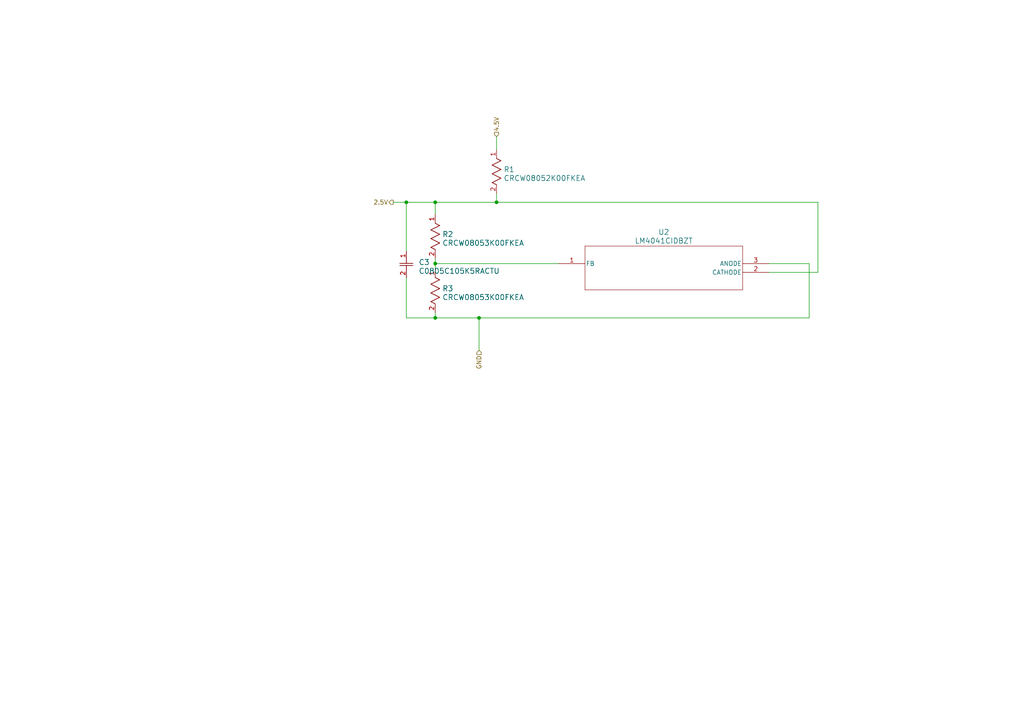
<source format=kicad_sch>
(kicad_sch (version 20230121) (generator eeschema)

  (uuid 46dd7a24-9f9c-4e24-996d-32abf3d63aa3)

  (paper "A4")

  (lib_symbols
    (symbol "1uf_cap:C0805C105K5RACTU" (pin_names (offset 0.254)) (in_bom yes) (on_board yes)
      (property "Reference" "C" (at 3.81 3.81 0)
        (effects (font (size 1.524 1.524)))
      )
      (property "Value" "C0805C105K5RACTU" (at 3.81 -3.81 0)
        (effects (font (size 1.524 1.524)))
      )
      (property "Footprint" "CAPC220145_140N_KEM" (at 0 0 0)
        (effects (font (size 1.27 1.27) italic) hide)
      )
      (property "Datasheet" "C0805C105K5RACTU" (at 0 0 0)
        (effects (font (size 1.27 1.27) italic) hide)
      )
      (property "ki_locked" "" (at 0 0 0)
        (effects (font (size 1.27 1.27)))
      )
      (property "ki_keywords" "C0805C105K5RACTU" (at 0 0 0)
        (effects (font (size 1.27 1.27)) hide)
      )
      (property "ki_fp_filters" "CAPC220145_140N_KEM CAPC220145_140N_KEM-M CAPC220145_140N_KEM-L" (at 0 0 0)
        (effects (font (size 1.27 1.27)) hide)
      )
      (symbol "C0805C105K5RACTU_1_1"
        (polyline
          (pts
            (xy 2.54 0)
            (xy 3.4798 0)
          )
          (stroke (width 0.2032) (type default))
          (fill (type none))
        )
        (polyline
          (pts
            (xy 3.4798 -1.905)
            (xy 3.4798 1.905)
          )
          (stroke (width 0.2032) (type default))
          (fill (type none))
        )
        (polyline
          (pts
            (xy 4.1148 -1.905)
            (xy 4.1148 1.905)
          )
          (stroke (width 0.2032) (type default))
          (fill (type none))
        )
        (polyline
          (pts
            (xy 4.1148 0)
            (xy 5.08 0)
          )
          (stroke (width 0.2032) (type default))
          (fill (type none))
        )
        (pin unspecified line (at 0 0 0) (length 2.54)
          (name "" (effects (font (size 1.27 1.27))))
          (number "1" (effects (font (size 1.27 1.27))))
        )
        (pin unspecified line (at 7.62 0 180) (length 2.54)
          (name "" (effects (font (size 1.27 1.27))))
          (number "2" (effects (font (size 1.27 1.27))))
        )
      )
      (symbol "C0805C105K5RACTU_1_2"
        (polyline
          (pts
            (xy -1.905 -4.1148)
            (xy 1.905 -4.1148)
          )
          (stroke (width 0.2032) (type default))
          (fill (type none))
        )
        (polyline
          (pts
            (xy -1.905 -3.4798)
            (xy 1.905 -3.4798)
          )
          (stroke (width 0.2032) (type default))
          (fill (type none))
        )
        (polyline
          (pts
            (xy 0 -4.1148)
            (xy 0 -5.08)
          )
          (stroke (width 0.2032) (type default))
          (fill (type none))
        )
        (polyline
          (pts
            (xy 0 -2.54)
            (xy 0 -3.4798)
          )
          (stroke (width 0.2032) (type default))
          (fill (type none))
        )
        (pin unspecified line (at 0 0 270) (length 2.54)
          (name "" (effects (font (size 1.27 1.27))))
          (number "1" (effects (font (size 1.27 1.27))))
        )
        (pin unspecified line (at 0 -7.62 90) (length 2.54)
          (name "" (effects (font (size 1.27 1.27))))
          (number "2" (effects (font (size 1.27 1.27))))
        )
      )
    )
    (symbol "LM4041CIDBZ:LM4041CIDBZT" (pin_names (offset 0.254)) (in_bom yes) (on_board yes)
      (property "Reference" "U" (at 30.48 10.16 0)
        (effects (font (size 1.524 1.524)))
      )
      (property "Value" "LM4041CIDBZT" (at 30.48 7.62 0)
        (effects (font (size 1.524 1.524)))
      )
      (property "Footprint" "DBZ3" (at 0 0 0)
        (effects (font (size 1.27 1.27) italic) hide)
      )
      (property "Datasheet" "LM4041CIDBZT" (at 0 0 0)
        (effects (font (size 1.27 1.27) italic) hide)
      )
      (property "ki_locked" "" (at 0 0 0)
        (effects (font (size 1.27 1.27)))
      )
      (property "ki_keywords" "LM4041CIDBZT" (at 0 0 0)
        (effects (font (size 1.27 1.27)) hide)
      )
      (property "ki_fp_filters" "DBZ3 DBZ3-M DBZ3-L" (at 0 0 0)
        (effects (font (size 1.27 1.27)) hide)
      )
      (symbol "LM4041CIDBZT_0_1"
        (polyline
          (pts
            (xy 7.62 -7.62)
            (xy 53.34 -7.62)
          )
          (stroke (width 0.127) (type default))
          (fill (type none))
        )
        (polyline
          (pts
            (xy 7.62 5.08)
            (xy 7.62 -7.62)
          )
          (stroke (width 0.127) (type default))
          (fill (type none))
        )
        (polyline
          (pts
            (xy 53.34 -7.62)
            (xy 53.34 5.08)
          )
          (stroke (width 0.127) (type default))
          (fill (type none))
        )
        (polyline
          (pts
            (xy 53.34 5.08)
            (xy 7.62 5.08)
          )
          (stroke (width 0.127) (type default))
          (fill (type none))
        )
        (pin unspecified line (at 0 0 0) (length 7.62)
          (name "FB" (effects (font (size 1.27 1.27))))
          (number "1" (effects (font (size 1.27 1.27))))
        )
        (pin unspecified line (at 60.96 -2.54 180) (length 7.62)
          (name "CATHODE" (effects (font (size 1.27 1.27))))
          (number "2" (effects (font (size 1.27 1.27))))
        )
        (pin unspecified line (at 60.96 0 180) (length 7.62)
          (name "ANODE" (effects (font (size 1.27 1.27))))
          (number "3" (effects (font (size 1.27 1.27))))
        )
      )
    )
    (symbol "Vishay_2k:CRCW08052K00FKEA" (pin_names (offset 0.254)) (in_bom yes) (on_board yes)
      (property "Reference" "R" (at 5.715 3.81 0)
        (effects (font (size 1.524 1.524)))
      )
      (property "Value" "CRCW08052K00FKEA" (at 6.35 -3.81 0)
        (effects (font (size 1.524 1.524)))
      )
      (property "Footprint" "RC0805N_VIS" (at 0 0 0)
        (effects (font (size 1.27 1.27) italic) hide)
      )
      (property "Datasheet" "CRCW08052K00FKEA" (at 0 0 0)
        (effects (font (size 1.27 1.27) italic) hide)
      )
      (property "ki_locked" "" (at 0 0 0)
        (effects (font (size 1.27 1.27)))
      )
      (property "ki_keywords" "CRCW08052K00FKEA" (at 0 0 0)
        (effects (font (size 1.27 1.27)) hide)
      )
      (property "ki_fp_filters" "RC0805N_VIS RC0805N_VIS-M RC0805N_VIS-L" (at 0 0 0)
        (effects (font (size 1.27 1.27)) hide)
      )
      (symbol "CRCW08052K00FKEA_1_1"
        (polyline
          (pts
            (xy 2.54 0)
            (xy 3.175 1.27)
          )
          (stroke (width 0.2032) (type default))
          (fill (type none))
        )
        (polyline
          (pts
            (xy 3.175 1.27)
            (xy 4.445 -1.27)
          )
          (stroke (width 0.2032) (type default))
          (fill (type none))
        )
        (polyline
          (pts
            (xy 4.445 -1.27)
            (xy 5.715 1.27)
          )
          (stroke (width 0.2032) (type default))
          (fill (type none))
        )
        (polyline
          (pts
            (xy 5.715 1.27)
            (xy 6.985 -1.27)
          )
          (stroke (width 0.2032) (type default))
          (fill (type none))
        )
        (polyline
          (pts
            (xy 6.985 -1.27)
            (xy 8.255 1.27)
          )
          (stroke (width 0.2032) (type default))
          (fill (type none))
        )
        (polyline
          (pts
            (xy 8.255 1.27)
            (xy 9.525 -1.27)
          )
          (stroke (width 0.2032) (type default))
          (fill (type none))
        )
        (polyline
          (pts
            (xy 9.525 -1.27)
            (xy 10.16 0)
          )
          (stroke (width 0.2032) (type default))
          (fill (type none))
        )
        (pin unspecified line (at 12.7 0 180) (length 2.54)
          (name "" (effects (font (size 1.27 1.27))))
          (number "1" (effects (font (size 1.27 1.27))))
        )
        (pin unspecified line (at 0 0 0) (length 2.54)
          (name "" (effects (font (size 1.27 1.27))))
          (number "2" (effects (font (size 1.27 1.27))))
        )
      )
      (symbol "CRCW08052K00FKEA_1_2"
        (polyline
          (pts
            (xy -1.27 3.175)
            (xy 1.27 4.445)
          )
          (stroke (width 0.2032) (type default))
          (fill (type none))
        )
        (polyline
          (pts
            (xy -1.27 5.715)
            (xy 1.27 6.985)
          )
          (stroke (width 0.2032) (type default))
          (fill (type none))
        )
        (polyline
          (pts
            (xy -1.27 8.255)
            (xy 1.27 9.525)
          )
          (stroke (width 0.2032) (type default))
          (fill (type none))
        )
        (polyline
          (pts
            (xy 0 2.54)
            (xy -1.27 3.175)
          )
          (stroke (width 0.2032) (type default))
          (fill (type none))
        )
        (polyline
          (pts
            (xy 1.27 4.445)
            (xy -1.27 5.715)
          )
          (stroke (width 0.2032) (type default))
          (fill (type none))
        )
        (polyline
          (pts
            (xy 1.27 6.985)
            (xy -1.27 8.255)
          )
          (stroke (width 0.2032) (type default))
          (fill (type none))
        )
        (polyline
          (pts
            (xy 1.27 9.525)
            (xy 0 10.16)
          )
          (stroke (width 0.2032) (type default))
          (fill (type none))
        )
        (pin unspecified line (at 0 12.7 270) (length 2.54)
          (name "" (effects (font (size 1.27 1.27))))
          (number "1" (effects (font (size 1.27 1.27))))
        )
        (pin unspecified line (at 0 0 90) (length 2.54)
          (name "" (effects (font (size 1.27 1.27))))
          (number "2" (effects (font (size 1.27 1.27))))
        )
      )
    )
    (symbol "Vishay_3k:CRCW08053K00FKEA" (pin_names (offset 0.254)) (in_bom yes) (on_board yes)
      (property "Reference" "R" (at 5.715 3.81 0)
        (effects (font (size 1.524 1.524)))
      )
      (property "Value" "CRCW08053K00FKEA" (at 6.35 -3.81 0)
        (effects (font (size 1.524 1.524)))
      )
      (property "Footprint" "RES_CRCW_0805" (at 0 0 0)
        (effects (font (size 1.27 1.27) italic) hide)
      )
      (property "Datasheet" "CRCW08053K00FKEA" (at 0 0 0)
        (effects (font (size 1.27 1.27) italic) hide)
      )
      (property "ki_locked" "" (at 0 0 0)
        (effects (font (size 1.27 1.27)))
      )
      (property "ki_keywords" "CRCW08053K00FKEA" (at 0 0 0)
        (effects (font (size 1.27 1.27)) hide)
      )
      (property "ki_fp_filters" "RES_CRCW_0805 RES_CRCW_0805-M RES_CRCW_0805-L" (at 0 0 0)
        (effects (font (size 1.27 1.27)) hide)
      )
      (symbol "CRCW08053K00FKEA_1_1"
        (polyline
          (pts
            (xy 2.54 0)
            (xy 3.175 1.27)
          )
          (stroke (width 0.2032) (type default))
          (fill (type none))
        )
        (polyline
          (pts
            (xy 3.175 1.27)
            (xy 4.445 -1.27)
          )
          (stroke (width 0.2032) (type default))
          (fill (type none))
        )
        (polyline
          (pts
            (xy 4.445 -1.27)
            (xy 5.715 1.27)
          )
          (stroke (width 0.2032) (type default))
          (fill (type none))
        )
        (polyline
          (pts
            (xy 5.715 1.27)
            (xy 6.985 -1.27)
          )
          (stroke (width 0.2032) (type default))
          (fill (type none))
        )
        (polyline
          (pts
            (xy 6.985 -1.27)
            (xy 8.255 1.27)
          )
          (stroke (width 0.2032) (type default))
          (fill (type none))
        )
        (polyline
          (pts
            (xy 8.255 1.27)
            (xy 9.525 -1.27)
          )
          (stroke (width 0.2032) (type default))
          (fill (type none))
        )
        (polyline
          (pts
            (xy 9.525 -1.27)
            (xy 10.16 0)
          )
          (stroke (width 0.2032) (type default))
          (fill (type none))
        )
        (pin unspecified line (at 12.7 0 180) (length 2.54)
          (name "" (effects (font (size 1.27 1.27))))
          (number "1" (effects (font (size 1.27 1.27))))
        )
        (pin unspecified line (at 0 0 0) (length 2.54)
          (name "" (effects (font (size 1.27 1.27))))
          (number "2" (effects (font (size 1.27 1.27))))
        )
      )
      (symbol "CRCW08053K00FKEA_1_2"
        (polyline
          (pts
            (xy -1.27 3.175)
            (xy 1.27 4.445)
          )
          (stroke (width 0.2032) (type default))
          (fill (type none))
        )
        (polyline
          (pts
            (xy -1.27 5.715)
            (xy 1.27 6.985)
          )
          (stroke (width 0.2032) (type default))
          (fill (type none))
        )
        (polyline
          (pts
            (xy -1.27 8.255)
            (xy 1.27 9.525)
          )
          (stroke (width 0.2032) (type default))
          (fill (type none))
        )
        (polyline
          (pts
            (xy 0 2.54)
            (xy -1.27 3.175)
          )
          (stroke (width 0.2032) (type default))
          (fill (type none))
        )
        (polyline
          (pts
            (xy 1.27 4.445)
            (xy -1.27 5.715)
          )
          (stroke (width 0.2032) (type default))
          (fill (type none))
        )
        (polyline
          (pts
            (xy 1.27 6.985)
            (xy -1.27 8.255)
          )
          (stroke (width 0.2032) (type default))
          (fill (type none))
        )
        (polyline
          (pts
            (xy 1.27 9.525)
            (xy 0 10.16)
          )
          (stroke (width 0.2032) (type default))
          (fill (type none))
        )
        (pin unspecified line (at 0 12.7 270) (length 2.54)
          (name "" (effects (font (size 1.27 1.27))))
          (number "1" (effects (font (size 1.27 1.27))))
        )
        (pin unspecified line (at 0 0 90) (length 2.54)
          (name "" (effects (font (size 1.27 1.27))))
          (number "2" (effects (font (size 1.27 1.27))))
        )
      )
    )
  )

  (junction (at 126.238 58.674) (diameter 0) (color 0 0 0 0)
    (uuid 386d493d-2d7b-4fa9-923a-f34a3bb7cafd)
  )
  (junction (at 117.856 58.674) (diameter 0) (color 0 0 0 0)
    (uuid 4c85b39f-4f47-4b1f-b789-512b63dde77a)
  )
  (junction (at 138.938 92.202) (diameter 0) (color 0 0 0 0)
    (uuid 6641d108-a7d5-4c78-879c-5d389f3ed852)
  )
  (junction (at 144.018 58.674) (diameter 0) (color 0 0 0 0)
    (uuid 67792716-02b7-4234-a51c-2d664991b8a7)
  )
  (junction (at 126.238 76.454) (diameter 0) (color 0 0 0 0)
    (uuid 9d2c6c31-6ad6-41ed-8cb9-439633234821)
  )
  (junction (at 126.238 92.202) (diameter 0) (color 0 0 0 0)
    (uuid b2b416ec-fd74-4765-8131-6a6a00ae52cf)
  )

  (wire (pts (xy 138.938 92.202) (xy 234.696 92.202))
    (stroke (width 0) (type default))
    (uuid 01dc34ba-885b-4f8c-8890-3edffd0f0828)
  )
  (wire (pts (xy 126.238 58.674) (xy 144.018 58.674))
    (stroke (width 0) (type default))
    (uuid 062f7dfc-6160-47f2-aac1-bf0469a7f97c)
  )
  (wire (pts (xy 237.236 78.994) (xy 237.236 58.674))
    (stroke (width 0) (type default))
    (uuid 1c712528-9b5d-4b08-b358-b06dfeb6b936)
  )
  (wire (pts (xy 223.012 78.994) (xy 237.236 78.994))
    (stroke (width 0) (type default))
    (uuid 2dd0aa27-2e9b-4051-9d49-39209bb710ef)
  )
  (wire (pts (xy 234.696 76.454) (xy 234.696 92.202))
    (stroke (width 0) (type default))
    (uuid 3c44f0ff-bac5-4fb0-87d9-2a857a6f456b)
  )
  (wire (pts (xy 144.018 39.624) (xy 144.018 43.434))
    (stroke (width 0) (type default))
    (uuid 43fc13b2-7b1a-4677-87e5-e6009963ddcf)
  )
  (wire (pts (xy 126.238 76.454) (xy 162.052 76.454))
    (stroke (width 0) (type default))
    (uuid 4446a3e7-a414-4246-847a-d7dc8506746e)
  )
  (wire (pts (xy 126.238 76.454) (xy 126.238 74.93))
    (stroke (width 0) (type default))
    (uuid 4aa7462b-f770-4790-a38e-6dae964d0f5f)
  )
  (wire (pts (xy 117.856 72.898) (xy 117.856 58.674))
    (stroke (width 0) (type default))
    (uuid 52f07ae8-0898-46bf-8a2f-ed1fb9f75012)
  )
  (wire (pts (xy 138.938 92.202) (xy 138.938 101.6))
    (stroke (width 0) (type default))
    (uuid 63c96ab7-03fa-4192-8d75-b8029ab8e8c8)
  )
  (wire (pts (xy 144.018 58.674) (xy 237.236 58.674))
    (stroke (width 0) (type default))
    (uuid 67f9e3d6-e49c-41b0-a888-82b4585b1b82)
  )
  (wire (pts (xy 223.012 76.454) (xy 234.696 76.454))
    (stroke (width 0) (type default))
    (uuid 6c85284f-217b-4ed5-ac50-9ec368c21828)
  )
  (wire (pts (xy 126.238 58.674) (xy 126.238 62.23))
    (stroke (width 0) (type default))
    (uuid 87758793-aabc-4ef9-8726-f504e8d591c1)
  )
  (wire (pts (xy 126.238 92.202) (xy 138.938 92.202))
    (stroke (width 0) (type default))
    (uuid 919cc81a-4db3-4e98-b578-e2432848c529)
  )
  (wire (pts (xy 117.856 92.202) (xy 126.238 92.202))
    (stroke (width 0) (type default))
    (uuid 93f2e43b-8c59-4b44-b376-1eb9817b54f2)
  )
  (wire (pts (xy 117.856 58.674) (xy 126.238 58.674))
    (stroke (width 0) (type default))
    (uuid 9c71cbc9-2b51-45e8-8c3c-466533d0e01c)
  )
  (wire (pts (xy 117.856 80.518) (xy 117.856 92.202))
    (stroke (width 0) (type default))
    (uuid c8a55909-5b88-4b56-a798-d038058a99e3)
  )
  (wire (pts (xy 126.238 90.678) (xy 126.238 92.202))
    (stroke (width 0) (type default))
    (uuid d0049c39-2143-4f6e-b269-a3fac3e463fa)
  )
  (wire (pts (xy 144.018 56.134) (xy 144.018 58.674))
    (stroke (width 0) (type default))
    (uuid db0f6c42-b5d4-494b-931a-6c12ca2fb097)
  )
  (wire (pts (xy 126.238 76.454) (xy 126.238 77.978))
    (stroke (width 0) (type default))
    (uuid dc1bd2ad-f845-4ef7-8e39-c63cbf4d8fae)
  )
  (wire (pts (xy 114.046 58.674) (xy 117.856 58.674))
    (stroke (width 0) (type default))
    (uuid fa08f7b4-9769-4c71-bee6-e9d693677308)
  )

  (hierarchical_label "GND" (shape input) (at 138.938 101.6 270) (fields_autoplaced)
    (effects (font (size 1.27 1.27)) (justify right))
    (uuid 2b49cd13-c435-43b9-8d82-9e1a33cbb799)
  )
  (hierarchical_label "2.5V" (shape output) (at 114.046 58.674 180) (fields_autoplaced)
    (effects (font (size 1.27 1.27)) (justify right))
    (uuid 5fc7f4bc-be65-4e66-a8d2-17efb223bcad)
  )
  (hierarchical_label "4.5V" (shape input) (at 144.018 39.624 90) (fields_autoplaced)
    (effects (font (size 1.27 1.27)) (justify left))
    (uuid f1d8882f-9461-4794-8a98-23a46f29d794)
  )

  (symbol (lib_id "1uf_cap:C0805C105K5RACTU") (at 117.856 72.898 270) (unit 1)
    (in_bom yes) (on_board yes) (dnp no)
    (uuid 2d084796-ecba-4c88-9cb5-b5249e02f282)
    (property "Reference" "C3" (at 121.412 76.073 90)
      (effects (font (size 1.524 1.524)) (justify left))
    )
    (property "Value" "C0805C105K5RACTU" (at 121.412 78.613 90)
      (effects (font (size 1.524 1.524)) (justify left))
    )
    (property "Footprint" "kemet_1uf:CAPC220145_140N_KEM" (at 117.856 72.898 0)
      (effects (font (size 1.27 1.27) italic) hide)
    )
    (property "Datasheet" "C0805C105K5RACTU" (at 117.856 72.898 0)
      (effects (font (size 1.27 1.27) italic) hide)
    )
    (pin "1" (uuid 026adafc-c24b-4b6f-8ed6-2c84186973af))
    (pin "2" (uuid 059fbd4b-32d4-42d2-afe8-3a7f3f841ee3))
    (instances
      (project "Air quality project"
        (path "/67b6672b-0c15-41a5-a844-17aa721018b8/947a762f-73bd-4513-b943-fcd476f4ba35"
          (reference "C3") (unit 1)
        )
        (path "/67b6672b-0c15-41a5-a844-17aa721018b8/2b88e055-4e98-42ff-b01b-d342be1fa849"
          (reference "C3") (unit 1)
        )
      )
    )
  )

  (symbol (lib_id "LM4041CIDBZ:LM4041CIDBZT") (at 162.052 76.454 0) (unit 1)
    (in_bom yes) (on_board yes) (dnp no) (fields_autoplaced)
    (uuid 76a5bfdf-38e8-48d5-a891-a0e6cafc9aa3)
    (property "Reference" "U2" (at 192.532 67.31 0)
      (effects (font (size 1.524 1.524)))
    )
    (property "Value" "LM4041CIDBZT" (at 192.532 69.85 0)
      (effects (font (size 1.524 1.524)))
    )
    (property "Footprint" "LM4041CIDBZ:DBZ3" (at 162.052 76.454 0)
      (effects (font (size 1.27 1.27) italic) hide)
    )
    (property "Datasheet" "LM4041CIDBZT" (at 162.052 76.454 0)
      (effects (font (size 1.27 1.27) italic) hide)
    )
    (pin "1" (uuid 46cc51be-260c-4188-b40a-8056d0df8977))
    (pin "2" (uuid 3bc760d3-7ff0-43d5-a480-4cbe049016ac))
    (pin "3" (uuid 9f581595-7040-4e64-962e-ee2eaa73d35f))
    (instances
      (project "Air quality project"
        (path "/67b6672b-0c15-41a5-a844-17aa721018b8/2b88e055-4e98-42ff-b01b-d342be1fa849"
          (reference "U2") (unit 1)
        )
      )
    )
  )

  (symbol (lib_id "Vishay_2k:CRCW08052K00FKEA") (at 144.018 56.134 90) (unit 1)
    (in_bom yes) (on_board yes) (dnp no) (fields_autoplaced)
    (uuid a648ec98-da8a-4ebb-835d-4f4a730c73a3)
    (property "Reference" "R1" (at 146.05 49.149 90)
      (effects (font (size 1.524 1.524)) (justify right))
    )
    (property "Value" "CRCW08052K00FKEA" (at 146.05 51.689 90)
      (effects (font (size 1.524 1.524)) (justify right))
    )
    (property "Footprint" "Vishay_2k:RC0805N_VIS" (at 144.018 56.134 0)
      (effects (font (size 1.27 1.27) italic) hide)
    )
    (property "Datasheet" "CRCW08052K00FKEA" (at 144.018 56.134 0)
      (effects (font (size 1.27 1.27) italic) hide)
    )
    (pin "1" (uuid 2825cbb1-3d5d-4e3d-be17-4d264ce89e3b))
    (pin "2" (uuid 39130218-9774-40a7-9235-98c5efbfa0e3))
    (instances
      (project "Air quality project"
        (path "/67b6672b-0c15-41a5-a844-17aa721018b8/2b88e055-4e98-42ff-b01b-d342be1fa849"
          (reference "R1") (unit 1)
        )
      )
    )
  )

  (symbol (lib_id "Vishay_3k:CRCW08053K00FKEA") (at 126.238 90.678 90) (unit 1)
    (in_bom yes) (on_board yes) (dnp no) (fields_autoplaced)
    (uuid c105bb7e-4fd3-4fa5-9852-df4f961cad9d)
    (property "Reference" "R3" (at 128.27 83.693 90)
      (effects (font (size 1.524 1.524)) (justify right))
    )
    (property "Value" "CRCW08053K00FKEA" (at 128.27 86.233 90)
      (effects (font (size 1.524 1.524)) (justify right))
    )
    (property "Footprint" "Vishay_3k:RES_CRCW_0805" (at 126.238 90.678 0)
      (effects (font (size 1.27 1.27) italic) hide)
    )
    (property "Datasheet" "CRCW08053K00FKEA" (at 126.238 90.678 0)
      (effects (font (size 1.27 1.27) italic) hide)
    )
    (pin "1" (uuid c5cb9819-90d8-47ed-8526-4e53a8e6ac81))
    (pin "2" (uuid 5ce0536b-51eb-422d-b29e-d6050cd96478))
    (instances
      (project "Air quality project"
        (path "/67b6672b-0c15-41a5-a844-17aa721018b8/2b88e055-4e98-42ff-b01b-d342be1fa849"
          (reference "R3") (unit 1)
        )
      )
    )
  )

  (symbol (lib_id "Vishay_3k:CRCW08053K00FKEA") (at 126.238 74.93 90) (unit 1)
    (in_bom yes) (on_board yes) (dnp no) (fields_autoplaced)
    (uuid fc37a849-a10f-48b5-b312-1bbf539bca10)
    (property "Reference" "R2" (at 128.27 67.945 90)
      (effects (font (size 1.524 1.524)) (justify right))
    )
    (property "Value" "CRCW08053K00FKEA" (at 128.27 70.485 90)
      (effects (font (size 1.524 1.524)) (justify right))
    )
    (property "Footprint" "Vishay_3k:RES_CRCW_0805" (at 126.238 74.93 0)
      (effects (font (size 1.27 1.27) italic) hide)
    )
    (property "Datasheet" "CRCW08053K00FKEA" (at 126.238 74.93 0)
      (effects (font (size 1.27 1.27) italic) hide)
    )
    (pin "1" (uuid f628eb9a-1dbd-47c7-baa0-6574b2d9c3c8))
    (pin "2" (uuid 645bac99-7621-4a2b-b569-b7a1499762c7))
    (instances
      (project "Air quality project"
        (path "/67b6672b-0c15-41a5-a844-17aa721018b8/2b88e055-4e98-42ff-b01b-d342be1fa849"
          (reference "R2") (unit 1)
        )
      )
    )
  )
)

</source>
